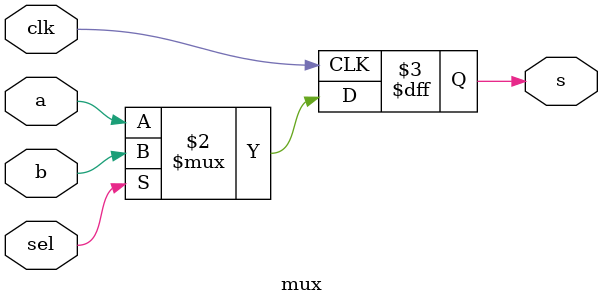
<source format=v>
module top_module (
	input [2:0] SW,      // R
	input [1:0] KEY,     // L and clk
	output [2:0] LEDR);  // Q
	
    wire L,clk;
    wire [2:0] r,q;
    
    assign L = KEY[1]; 
    assign clk = KEY[0];
    assign LEDR = q;
    assign r = SW;
    
    mux m0(.clk(clk),.a(q[2]),.b(r[0]),.sel(L),.s(q[0]));
    mux m1(.clk(clk),.a(q[0]),.b(r[1]),.sel(L),.s(q[1]));
    mux m2(.clk(clk),.a(q[1]^q[2]),.b(r[2]),.sel(L),.s(q[2]));
    

endmodule

module mux(
	input a,b,clk,sel,
    output s
);
    always@(posedge clk) begin 
    	s <= sel ? b:a;
    end 
endmodule

</source>
